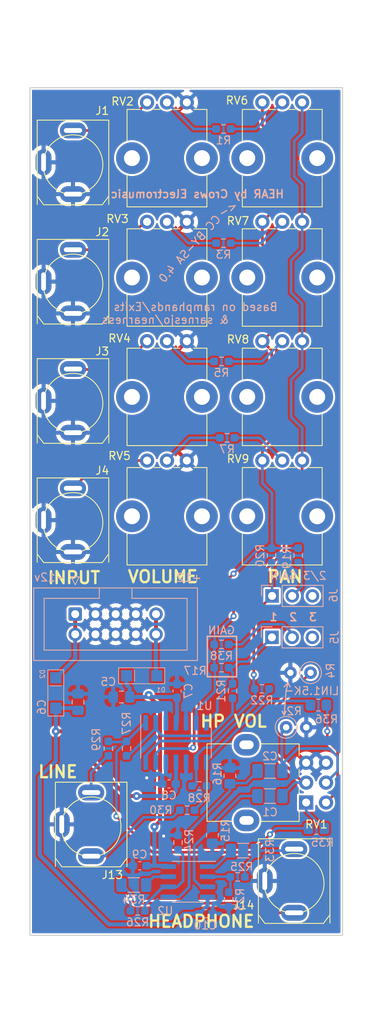
<source format=kicad_pcb>
(kicad_pcb (version 20211014) (generator pcbnew)
  (title_block (title "Exits") (date "2022-01-28") (rev "2.1"))
  (layers (0 "F.Cu" signal) (31 "B.Cu" signal) (34 "B.Paste" user) (35 "F.Paste" user) (36 "B.SilkS" user "B.Silkscreen") (37 "F.SilkS" user "F.Silkscreen") (38 "B.Mask" user) (39 "F.Mask" user) (44 "Edge.Cuts" user))
  (net 0 "")
  (net 1 "GND")
  (net 2 "Net-(C1-Pad1)")
  (net 3 "Net-(C1-Pad2)")
  (net 4 "Net-(C2-Pad2)")
  (net 5 "+12V")
  (net 6 "-12V")
  (net 7 "Net-(D1-Pad2)")
  (net 8 "Net-(D2-Pad1)")
  (net 9 "Net-(RV2-Pad1)")
  (net 10 "Net-(RV5-Pad1)")
  (net 11 "Net-(J5-Pad1)")
  (net 12 "Net-(R1-Pad2)")
  (net 13 "Net-(J6-Pad1)")
  (net 14 "Net-(J5-Pad2)")
  (net 15 "RLineOut")
  (net 16 "LLineOut")
  (net 18 "Net-(R3-Pad2)")
  (net 19 "Net-(R21-Pad2)")
  (net 20 "Net-(R5-Pad2)")
  (net 21 "Net-(R7-Pad2)")
  (net 22 "HPoutR")
  (net 23 "HPoutL")
  (net 24 "Net-(R22-Pad2)")
  (net 25 "Net-(J6-Pad2)")
  (net 26 "Net-(R23-Pad2)")
  (net 27 "Net-(R24-Pad2)")
  (net 28 "Net-(R3-Pad1)")
  (net 29 "Net-(R1-Pad1)")
  (net 30 "Net-(J2-PadT)")
  (net 31 "Net-(R5-Pad1)")
  (net 32 "Net-(R7-Pad1)")
  (net 33 "Net-(R33-Pad2)")
  (net 34 "Net-(R34-Pad2)")
  (net 35 "Net-(J3-PadT)")
  (net 36 "/LeftMix")
  (net 37 "/RightMix")
  (net 39 "Net-(C2-Pad1)")
  (net 40 "Net-(R35-Pad1)")
  (net 41 "Net-(R36-Pad1)")
  (net 42 "Lout")
  (net 43 "Rout")
  (footprint "nearness:PJ341" (layer "F.Cu") (at 19.685 49.911 180)
    (fp_text reference "J2")
    (fp_text value "PJ341")
  )
  (footprint "Potentiometer_THT:Potentiometer_Alps_RK09K_Single_Vertical" (layer "F.Cu") (at 43.5 72.4 -90)
    (fp_text reference "RV9")
    (fp_text value "10K")
  )
  (footprint "nearness:PJ341" (layer "F.Cu") (at 19.685 34.925 180)
    (fp_text reference "J1")
    (fp_text value "PJ341")
  )
  (footprint "nearness:PJ341" (layer "F.Cu") (at 19.685 64.897 180)
    (fp_text reference "J3")
    (fp_text value "PJ341")
  )
  (footprint "Potentiometer_THT:Potentiometer_Alps_RK09K_Single_Vertical" (layer "F.Cu") (at 29 27.4 -90)
    (fp_text reference "RV2")
    (fp_text value "10K Vol")
  )
  (footprint "Potentiometer_THT:Potentiometer_Alps_RK09K_Single_Vertical" (layer "F.Cu") (at 43.5 42.4 -90)
    (fp_text reference "RV7")
    (fp_text value "10K")
  )
  (footprint "Potentiometer_THT:Potentiometer_Alps_RK09K_Single_Vertical" (layer "F.Cu") (at 43.5 57.4 -90)
    (fp_text reference "RV8")
    (fp_text value "10K")
  )
  (footprint "Potentiometer_THT:Potentiometer_Alpha_RD902F-40-00D_Dual_Vertical" (layer "F.Cu") (at 49.0036 115.3668 180)
    (fp_text reference "RV1")
    (fp_text value "B10K")
  )
  (footprint "Potentiometer_THT:Potentiometer_Alps_RK09K_Single_Vertical" (layer "F.Cu") (at 29 57.4 -90)
    (fp_text reference "RV4")
    (fp_text value "10K Vol")
  )
  (footprint "nearness:PJ341" (layer "F.Cu") (at 21.971 118.11 180)
    (fp_text reference "J13")
    (fp_text value "PJ341")
  )
  (footprint "Potentiometer_THT:Potentiometer_Alps_RK09K_Single_Vertical" (layer "F.Cu") (at 29 42.4 -90)
    (fp_text reference "RV3")
    (fp_text value "10K Vol")
  )
  (footprint "Potentiometer_THT:Potentiometer_Alps_RK09K_Single_Vertical" (layer "F.Cu") (at 29 72.4 -90)
    (fp_text reference "RV5")
    (fp_text value "10K Vol")
  )
  (footprint "Potentiometer_THT:Potentiometer_Alps_RK09K_Single_Vertical" (layer "F.Cu") (at 43.5 27.4 -90)
    (fp_text reference "RV6")
    (fp_text value "10K")
  )
  (footprint "nearness:PJ341" (layer "F.Cu") (at 19.685 79.883 180)
    (fp_text reference "J4")
    (fp_text value "PJ341")
  )
  (footprint "nearness:PJ341" (layer "F.Cu") (at 47.498 125.222 180)
    (fp_text reference "J14")
    (fp_text value "PJ341")
  )
  (footprint "Capacitor_SMD:C_0805_2012Metric_Pad1.18x1.45mm_HandSolder" (layer "B.Cu") (at 25.781 102.108 180)
    (fp_text reference "C5")
    (fp_text value "22u")
  )
  (footprint "Capacitor_SMD:C_0805_2012Metric_Pad1.18x1.45mm_HandSolder" (layer "B.Cu") (at 20.32 102.743 -90)
    (fp_text reference "C6")
    (fp_text value "22u")
  )
  (footprint "Capacitor_SMD:C_0603_1608Metric_Pad1.08x0.95mm_HandSolder" (layer "B.Cu") (at 32.766 101.346 90)
    (fp_text reference "C7")
    (fp_text value "100n")
  )
  (footprint "Capacitor_SMD:C_0603_1608Metric_Pad1.08x0.95mm_HandSolder" (layer "B.Cu") (at 31.75 113.03)
    (fp_text reference "C8")
    (fp_text value "100n")
  )
  (footprint "Capacitor_SMD:C_0603_1608Metric_Pad1.08x0.95mm_HandSolder" (layer "B.Cu") (at 28.067 123.317 180)
    (fp_text reference "C9")
    (fp_text value "100n")
  )
  (footprint "Capacitor_SMD:C_0603_1608Metric_Pad1.08x0.95mm_HandSolder" (layer "B.Cu") (at 36.3728 129.3368 180)
    (fp_text reference "C10")
    (fp_text value "100n")
  )
  (footprint "nearness:SOD-123" (layer "B.Cu") (at 28.321 99.441)
    (fp_text reference "D1")
    (fp_text value "1N5819HW")
  )
  (footprint "nearness:SOD-123" (layer "B.Cu") (at 17.526 101.6 -90)
    (fp_text reference "D2")
    (fp_text value "1N5819HW")
  )
  (footprint "Resistor_SMD:R_0603_1608Metric_Pad0.98x0.95mm_HandSolder" (layer "B.Cu") (at 38.354 98.425)
    (fp_text reference "R17")
    (fp_text value "51K")
  )
  (footprint "Resistor_SMD:R_0603_1608Metric_Pad0.98x0.95mm_HandSolder" (layer "B.Cu") (at 48.006 84.328 -90)
    (fp_text reference "R19")
    (fp_text value "100K")
  )
  (footprint "Resistor_SMD:R_0603_1608Metric_Pad0.98x0.95mm_HandSolder" (layer "B.Cu") (at 44.6532 84.328 -90)
    (fp_text reference "R20")
    (fp_text value "51K")
  )
  (footprint "Resistor_SMD:R_0603_1608Metric_Pad0.98x0.95mm_HandSolder" (layer "B.Cu") (at 39.751 101.346 -90)
    (fp_text reference "R21")
    (fp_text value "10K")
  )
  (footprint "Resistor_SMD:R_0603_1608Metric_Pad0.98x0.95mm_HandSolder" (layer "B.Cu") (at 43.434 101.092)
    (fp_text reference "R22")
    (fp_text value "10K")
  )
  (footprint "Resistor_SMD:R_0603_1608Metric_Pad0.98x0.95mm_HandSolder" (layer "B.Cu") (at 26.416 108.585 90)
    (fp_text reference "R27")
    (fp_text value "10K")
  )
  (footprint "Resistor_SMD:R_0603_1608Metric_Pad0.98x0.95mm_HandSolder" (layer "B.Cu") (at 35.56 113.284)
    (fp_text reference "R28")
    (fp_text value "10K")
  )
  (footprint "Resistor_SMD:R_0603_1608Metric_Pad0.98x0.95mm_HandSolder" (layer "B.Cu") (at 24.13 108.585 -90)
    (fp_text reference "R29")
    (fp_text value "470")
  )
  (footprint "Resistor_SMD:R_0603_1608Metric_Pad0.98x0.95mm_HandSolder" (layer "B.Cu") (at 34.036 116.332 180)
    (fp_text reference "R30")
    (fp_text value "470")
  )
  (footprint "Package_SO:SOIC-14_3.9x8.7mm_P1.27mm" (layer "B.Cu") (at 32.639 107.823 -90)
    (fp_text reference "U1")
    (fp_text value "TL074")
  )
  (footprint "Connector_IDC:IDC-Header_2x05_P2.54mm_Vertical" (layer "B.Cu") (at 19.9644 91.694 -90)
    (fp_text reference "J12" hide)
    (fp_text value "Euro power header")
  )
  (footprint "Resistor_SMD:R_0603_1608Metric_Pad0.98x0.95mm_HandSolder" (layer "B.Cu") (at 39.0652 69.5452)
    (fp_text reference "R7")
    (fp_text value "50K")
  )
  (footprint "Capacitor_SMD:C_1206_3216Metric_Pad1.33x1.80mm_HandSolder" (layer "B.Cu") (at 44.45 111.4044 180)
    (fp_text reference "C2")
    (fp_text value "0.47uF")
  )
  (footprint "Resistor_SMD:R_1206_3216Metric_Pad1.30x1.75mm_HandSolder" (layer "B.Cu") (at 27.3304 125.73)
    (fp_text reference "R34")
    (fp_text value "10")
  )
  (footprint "Capacitor_SMD:C_1206_3216Metric_Pad1.33x1.80mm_HandSolder" (layer "B.Cu") (at 44.45 114.554 180)
    (fp_text reference "C1")
    (fp_text value "0.47uF")
  )
  (footprint "Connector_PinHeader_2.54mm:PinHeader_1x03_P2.54mm_Vertical" (layer "B.Cu") (at 44.704 94.615 -90)
    (fp_text reference "J5")
    (fp_text value "Attenuator Jumper 1")
  )
  (footprint "Resistor_SMD:R_0603_1608Metric_Pad0.98x0.95mm_HandSolder" (layer "B.Cu") (at 39.2684 127.5588 90)
    (fp_text reference "R23")
    (fp_text value "10K")
  )
  (footprint "Resistor_SMD:R_0805_2012Metric_Pad1.20x1.40mm_HandSolder" (layer "B.Cu") (at 50.292 118.618 180)
    (fp_text reference "R35")
    (fp_text value "100K")
  )
  (footprint "Resistor_SMD:R_0603_1608Metric_Pad0.98x0.95mm_HandSolder" (layer "B.Cu") (at 38.354 59.944)
    (fp_text reference "R5")
    (fp_text value "50K")
  )
  (footprint "Resistor_SMD:R_0805_2012Metric_Pad1.20x1.40mm_HandSolder" (layer "B.Cu") (at 37.211 119.4816 90)
    (fp_text reference "R15")
    (fp_text value "100K")
  )
  (footprint "Resistor_SMD:R_0805_2012Metric_Pad1.20x1.40mm_HandSolder" (layer "B.Cu") (at 39.4208 112.014 -90)
    (fp_text reference "R16")
    (fp_text value "100K")
  )
  (footprint "Resistor_SMD:R_0805_2012Metric_Pad1.20x1.40mm_HandSolder" (layer "B.Cu") (at 50.546 103.124 180)
    (fp_text reference "R36")
    (fp_text value "100K")
  )
  (footprint "Resistor_SMD:R_0603_1608Metric_Pad0.98x0.95mm_HandSolder" (layer "B.Cu") (at 32.893 120.396 -90)
    (fp_text reference "R24")
    (fp_text value "10K")
  )
  (footprint "Package_SO:SOIC-8_3.9x4.9mm_P1.27mm" (layer "B.Cu") (at 34.1376 125.3236 180)
    (fp_text reference "U2")
    (fp_text value "RC4580")
  )
  (footprint "Resistor_THT:R_Axial_DIN0207_L6.3mm_D2.5mm_P2.54mm_Vertical" (layer "B.Cu") (at 46.482 105.918)
    (fp_text reference "R2")
    (fp_text value "LIN1.5K" hide)
  )
  (footprint "Connector_PinHeader_2.54mm:PinHeader_1x03_P2.54mm_Vertical" (layer "B.Cu") (at 44.719 89.408 -90)
    (fp_text reference "J6")
    (fp_text value "Attenuator Jumper 2")
  )
  (footprint "Resistor_SMD:R_0603_1608Metric_Pad0.98x0.95mm_HandSolder" (layer "B.Cu") (at 40.386 124.714 180)
    (fp_text reference "R25")
    (fp_text value "1K")
  )
  (footprint "Resistor_SMD:R_1206_3216Metric_Pad1.30x1.75mm_HandSolder" (layer "B.Cu") (at 41.0972 121.412 180)
    (fp_text reference "R33")
    (fp_text value "10")
  )
  (footprint "Resistor_SMD:R_0603_1608Metric_Pad0.98x0.95mm_HandSolder" (layer "B.Cu") (at 27.813 128.9812)
    (fp_text reference "R26")
    (fp_text value "1K")
  )
  (footprint "Resistor_SMD:R_0603_1608Metric_Pad0.98x0.95mm_HandSolder" (layer "B.Cu") (at 38.354 95.504)
    (fp_text reference "R38")
    (fp_text value "100K")
  )
  (footprint "Resistor_SMD:R_0603_1608Metric_Pad0.98x0.95mm_HandSolder" (layer "B.Cu") (at 38.608 45.085)
    (fp_text reference "R3")
    (fp_text value "50K")
  )
  (footprint "Resistor_SMD:R_0603_1608Metric_Pad0.98x0.95mm_HandSolder" (layer "B.Cu") (at 38.608 30.734)
    (fp_text reference "R1")
    (fp_text value "50K")
  )
  (footprint "Resistor_THT:R_Axial_DIN0207_L6.3mm_D2.5mm_P2.54mm_Vertical" (layer "B.Cu") (at 49.559 99.06 180)
    (fp_text reference "R4")
    (fp_text value "LIN1.5K")
  )
  (gr_line (start 46.736 100.33) (end 46.99 100.838) (layer "B.SilkS") (width 0.15))
  (gr_line (start 46.482 101.346) (end 47.244 101.346) (layer "B.SilkS") (width 0.15))
  (gr_line (start 46.228 104.394) (end 46.482 103.886) (layer "B.SilkS") (width 0.15))
  (gr_line (start 46.736 100.33) (end 46.228 100.838) (layer "B.SilkS") (width 0.15))
  (gr_rect (start 40.259 94.488) (end 36.576 99.568) (layer "B.SilkS") (width 0.2) (fill none))
  (gr_line (start 46.482 101.346) (end 46.736 100.33) (layer "B.SilkS") (width 0.15))
  (gr_line (start 46.482 101.346) (end 46.228 104.394) (layer "B.SilkS") (width 0.15))
  (gr_line (start 46.228 104.394) (end 45.974 103.886) (layer "B.SilkS") (width 0.15))
  (gr_rect (start 53.5748 132.0524) (end 14.2748 25.5524) (layer "Edge.Cuts") (width 0.15) (fill none))
  (gr_text "HEAR by Crows Electromusic" (at 46.3296 38.9128) (layer "B.SilkS") (effects (font (size 1 1) (thickness 0.2)) (justify left mirror)))
  (gr_text "Based on ramphands/Exits\n        & sarnesjo/nearness\n" (at 45.5168 53.8988) (layer "B.SilkS") (effects (font (size 1 1)) (justify left mirror)))
  (gr_text "-12v" (at 16.764 87.0712) (layer "B.SilkS") (effects (font (size 1 1)) (justify mirror)))
  (gr_text "2/3 GAIN" (at 48.006 86.868) (layer "B.SilkS") (effects (font (size 1 1)) (justify mirror)))
  (gr_text "+12" (at 34.29 87.122) (layer "B.SilkS") (effects (font (size 1 1)) (justify mirror)))
  (gr_text "<-" (at 40.3352 40.132 30) (layer "B.SilkS") (effects (font (size 1 1)) (justify left mirror)))
  (gr_text "GAIN" (at 38.354 93.726) (layer "B.SilkS") (effects (font (size 1 1)) (justify mirror)))
  (gr_text "CC BY-SA 4.0" (at 38.0492 41.7068 48) (layer "B.SilkS") (effects (font (size 1 1)) (justify left mirror)))
  (gr_text "3  2  1" (at 47.371 92.075) (layer "B.SilkS") (effects (font (size 1 1) (thickness 0.2)) (justify mirror)))
  (gr_text "LINE" (at 17.78 111.506) (layer "F.SilkS") (effects (font (size 1.5 1.5) (thickness 0.3))))
  (gr_text "VOLUME" (at 30.988 86.995) (layer "F.SilkS") (effects (font (size 1.5 1.5) (thickness 0.3))))
  (gr_text "HP VOL" (at 39.878 105.156) (layer "F.SilkS") (effects (font (size 1.5 1.5) (thickness 0.3))))
  (gr_text "HEADPHONE" (at 35.814 130.302) (layer "F.SilkS") (effects (font (size 1.5 1.5) (thickness 0.3))))
  (gr_text "PAN" (at 46.355 86.995) (layer "F.SilkS") (effects (font (size 1.5 1.5) (thickness 0.3))))
  (gr_text "INPUT" (at 19.812 87.122) (layer "F.SilkS") (effects (font (size 1.5 1.5) (thickness 0.3))))
  (via (at 28.956 112.268) (size 1) (drill 0.381) (layers "F.Cu" "B.Cu") (net 1))
  (via (at 31.0896 119.5832) (size 1) (drill 0.381) (layers "F.Cu" "B.Cu") (net 1))
  (segment (start 49.0036 112.8668) (end 48.6048 112.8668) (width 0.333) (layer "F.Cu") (net 2))
  (segment (start 44.45 104.169) (end 49.559 99.06) (width 0.333) (layer "F.Cu") (net 2))
  (segment (start 48.6048 112.8668) (end 44.45 108.712) (width 0.333) (layer "F.Cu") (net 2))
  (segment (start 44.45 108.712) (end 44.45 104.169) (width 0.333) (layer "F.Cu") (net 2))
  (segment (start 49.0036 112.8668) (end 47.6122 112.8668) (width 0.333) (layer "B.Cu") (net 2))
  (segment (start 47.6122 112.8668) (end 45.925 114.554) (width 0.333) (layer "B.Cu") (net 2))
  (segment (start 34.925 125.095) (end 35.7886 125.9586) (width 0.333) (layer "B.Cu") (net 3))
  (segment (start 42.975 114.554) (end 40.767 114.554) (width 0.333) (layer "B.Cu") (net 3))
  (segment (start 37.211 118.5691) (end 34.925 120.8551) (width 0.333) (layer "B.Cu") (net 3))
  (segment (start 37.211 118.11) (end 37.211 118.5691) (width 0.333) (layer "B.Cu") (net 3))
  (segment (start 34.925 120.8551) (end 34.925 125.095) (width 0.333) (layer "B.Cu") (net 3))
  (segment (start 35.7886 125.9586) (end 36.6126 125.9586) (width 0.333) (layer "B.Cu") (net 3))
  (segment (start 40.767 114.554) (end 37.211 118.11) (width 0.333) (layer "B.Cu") (net 3))
  (segment (start 34.29 125.984) (end 34.29 119.042649) (width 0.333) (layer "B.Cu") (net 4))
  (segment (start 39.4208 113.911849) (end 39.4208 112.9265) (width 0.333) (layer "B.Cu") (net 4))
  (segment (start 41.4529 112.9265) (end 42.975 111.4044) (width 0.333) (layer "B.Cu") (net 4))
  (segment (start 33.0454 127.2286) (end 34.29 125.984) (width 0.333) (layer "B.Cu") (net 4))
  (segment (start 39.4208 112.9265) (end 41.4529 112.9265) (width 0.333) (layer "B.Cu") (net 4))
  (segment (start 34.29 119.042649) (end 39.4208 113.911849) (width 0.333) (layer "B.Cu") (net 4))
  (segment (start 31.6626 127.2286) (end 33.0454 127.2286) (width 0.333) (layer "B.Cu") (net 4))
  (segment (start 29.9212 118.4148) (end 30.6324 117.7036) (width 0.5) (layer "F.Cu") (net 5))
  (segment (start 30.6324 117.7036) (end 30.6324 103.4034) (width 0.5) (layer "F.Cu") (net 5))
  (segment (start 30.6324 103.4034) (end 29.083 101.854) (width 0.5) (layer "F.Cu") (net 5))
  (segment (start 29.083 101.854) (end 29.21 101.854) (width 0.5) (layer "F.Cu") (net 5))
  (via (at 29.9212 118.4148) (size 1) (drill 0.381) (layers "F.Cu" "B.Cu") (net 5))
  (via (at 29.21 101.854) (size 1) (drill 0.381) (layers "F.Cu" "B.Cu") (net 5))
  (segment (start 32.766 102.121) (end 32.753 102.108) (width 0.5) (layer "B.Cu") (net 5))
  (segment (start 26.8185 100.9865) (end 26.421 100.589) (width 0.5) (layer "B.Cu") (net 5))
  (segment (start 26.421 100.589) (end 26.421 99.441) (width 0.5) (layer "B.Cu") (net 5))
  (segment (start 32.639 105.348) (end 32.766 105.221) (width 0.5) (layer "B.Cu") (net 5))
  (segment (start 29.845 123.317) (end 28.842 123.317) (width 0.5) (layer "B.Cu") (net 5))
  (segment (start 31.561 123.317) (end 29.845 123.317) (width 0.5) (layer "B.Cu") (net 5))
  (segment (start 31.6626 123.4186) (end 31.561 123.317) (width 0.5) (layer "B.Cu") (net 5))
  (segment (start 26.8185 102.108) (end 26.8185 100.9865) (width 0.5) (layer "B.Cu") (net 5))
  (segment (start 32.766 105.221) (end 32.766 102.121) (width 0.5) (layer "B.Cu") (net 5))
  (segment (start 29.9212 118.4148) (end 29.9212 123.2408) (width 0.5) (layer "B.Cu") (net 5))
  (segment (start 32.753 102.108) (end 26.8185 102.108) (width 0.5) (layer "B.Cu") (net 5))
  (segment (start 29.9212 123.2408) (end 29.845 123.317) (width 0.5) (layer "B.Cu") (net 5))
  (segment (start 26.416 114.554) (end 18.288 106.426) (width 0.5) (layer "F.Cu") (net 6))
  (segment (start 18.288 106.426) (end 17.526 106.426) (width 0.5) (layer "F.Cu") (net 6))
  (segment (start 27.686 114.554) (end 26.416 114.554) (width 0.5) (layer "F.Cu") (net 6))
  (via (at 27.686 114.554) (size 1) (drill 0.381) (layers "F.Cu" "B.Cu") (net 6))
  (via (at 17.526 106.426) (size 1) (drill 0.381) (layers "F.Cu" "B.Cu") (net 6))
  (segment (start 15.494 121.9708) (end 15.494 112.1664) (width 0.5) (layer "B.Cu") (net 6))
  (segment (start 24.2062 130.683) (end 32.2834 130.683) (width 0.5) (layer "B.Cu") (net 6))
  (segment (start 17.526 103.5) (end 17.526 106.426) (width 0.5) (layer "B.Cu") (net 6))
  (segment (start 36.6126 127.2286) (end 36.6126 128.322) (width 0.5) (layer "B.Cu") (net 6))
  (segment (start 27.686 114.554) (end 32.05425 114.554) (width 0.5) (layer "B.Cu") (net 6))
  (segment (start 32.639 113.0035) (end 32.6125 113.03) (width 0.5) (layer "B.Cu") (net 6))
  (segment (start 32.6125 113.99575) (end 32.6125 113.03) (width 0.5) (layer "B.Cu") (net 6))
  (segment (start 32.639 110.298) (end 32.639 113.0035) (width 0.5) (layer "B.Cu") (net 6))
  (segment (start 20.32 103.693) (end 20.127 103.5) (width 0.5) (layer "B.Cu") (net 6))
  (segment (start 15.494 121.9708) (end 24.2062 130.683) (width 0.5) (layer "B.Cu") (net 6))
  (segment (start 33.6296 129.3368) (end 35.5978 129.3368) (width 0.5) (layer "B.Cu") (net 6))
  (segment (start 17.526 110.1344) (end 15.494 112.1664) (width 0.5) (layer "B.Cu") (net 6))
  (segment (start 36.6126 128.322) (end 35.5978 129.3368) (width 0.5) (layer "B.Cu") (net 6))
  (segment (start 32.2834 130.683) (end 33.6296 129.3368) (width 0.5) (layer "B.Cu") (net 6))
  (segment (start 20.127 103.5) (end 17.526 103.5) (width 0.5) (layer "B.Cu") (net 6))
  (segment (start 17.526 106.426) (end 17.526 110.1344) (width 0.5) (layer "B.Cu") (net 6))
  (segment (start 32.05425 114.554) (end 32.6125 113.99575) (width 0.5) (layer "B.Cu") (net 6))
  (segment (start 30.1244 91.694) (end 30.1244 94.234) (width 0.5) (layer "F.Cu") (net 7))
  (segment (start 30.099 99.319) (end 30.099 94.2594) (width 0.5) (layer "B.Cu") (net 7))
  (segment (start 30.221 99.441) (end 30.099 99.319) (width 0.5) (layer "B.Cu") (net 7))
  (segment (start 30.099 94.2594) (end 30.1244 94.234) (width 0.5) (layer "B.Cu") (net 7))
  (segment (start 19.9644 91.694) (end 19.9644 94.234) (width 0.5) (layer "F.Cu") (net 8))
  (segment (start 19.9644 97.2616) (end 17.526 99.7) (width 0.5) (layer "B.Cu") (net 8))
  (segment (start 19.9644 94.234) (end 19.9644 97.2616) (width 0.5) (layer "B.Cu") (net 8))
  (segment (start 25.475 30.925) (end 29 27.4) (width 0.333) (layer "F.Cu") (net 9))
  (segment (start 19.685 30.925) (end 25.475 30.925) (width 0.333) (layer "F.Cu") (net 9))
  (segment (start 23.168 72.4) (end 19.685 75.883) (width 0.333) (layer "F.Cu") (net 10))
  (segment (start 29 72.4) (end 23.168 72.4) (width 0.333) (layer "F.Cu") (net 10))
  (segment (start 40.513 97.663) (end 39.751 98.425) (width 0.333) (layer "B.Cu") (net 11))
  (segment (start 37.846 103.951) (end 37.846 102.362) (width 0.333) (layer "B.Cu") (net 11))
  (segment (start 37.846 102.362) (end 37.91 102.362) (width 0.333) (layer "B.Cu") (net 11))
  (segment (start 39.751 98.997) (end 39.179 98.425) (width 0.333) (layer "B.Cu") (net 11))
  (segment (start 39.751 100.521) (end 39.751 98.997) (width 0.333) (layer "B.Cu") (net 11))
  (segment (start 41.656 97.663) (end 40.64 97.663) (width 0.333) (layer "B.Cu") (net 11))
  (segment (start 40.64 97.663) (end 40.513 97.663) (width 0.333) (layer "B.Cu") (net 11))
  (segment (start 37.91 102.362) (end 39.751 100.521) (width 0.333) (layer "B.Cu") (net 11))
  (segment (start 39.751 98.425) (end 39.179 98.425) (width 0.333) (layer "B.Cu") (net 11))
  (segment (start 36.449 105.348) (end 37.846 103.951) (width 0.333) (layer "B.Cu") (net 11))
  (segment (start 44.704 94.615) (end 41.656 97.663) (width 0.333) (layer "B.Cu") (net 11))
  (segment (start 39.433 30.734) (end 42.666 30.734) (width 0.333) (layer "B.Cu") (net 12))
  (segment (start 42.666 30.734) (end 46 27.4) (width 0.333) (layer "B.Cu") (net 12))
  (segment (start 42.418 91.709) (end 44.719 89.408) (width 0.333) (layer "F.Cu") (net 13))
  (segment (start 42.418 99.314) (end 42.418 91.709) (width 0.333) (layer "F.Cu") (net 13))
  (via (at 42.418 99.314) (size 0.762) (drill 0.381) (layers "F.Cu" "B.Cu") (net 13))
  (segment (start 44.6532 85.2405) (end 44.719 85.3063) (width 0.333) (layer "B.Cu") (net 13))
  (segment (start 37.126872 107.6452) (end 40.66211 104.109962) (width 0.333) (layer "B.Cu") (net 13))
  (segment (start 42.418 100.901) (end 42.609 101.092) (width 0.333) (layer "B.Cu") (net 13))
  (segment (start 28.829 109.4486) (end 30.6324 107.6452) (width 0.333) (layer "B.Cu") (net 13))
  (segment (start 40.66211 104.109962) (end 40.670038 104.109962) (width 0.333) (layer "B.Cu") (net 13))
  (segment (start 28.829 110.298) (end 28.829 109.4486) (width 0.333) (layer "B.Cu") (net 13))
  (segment (start 40.670038 104.109962) (end 42.609 102.171) (width 0.333) (layer "B.Cu") (net 13))
  (segment (start 42.609 102.171) (end 42.609 101.092) (width 0.333) (layer "B.Cu") (net 13))
  (segment (start 42.418 99.314) (end 42.418 100.901) (width 0.333) (layer "B.Cu") (net 13))
  (segment (start 30.6324 107.6452) (end 37.126872 107.6452) (width 0.333) (layer "B.Cu") (net 13))
  (segment (start 44.719 85.3063) (end 44.719 89.408) (width 0.333) (layer "B.Cu") (net 13))
  (segment (start 40.894 95.504) (end 39.179 95.504) (width 0.333) (layer "B.Cu") (net 14))
  (segment (start 46.101 92.964) (end 43.434 92.964) (width 0.333) (layer "B.Cu") (net 14))
  (segment (start 47.244 94.615) (end 47.244 94.107) (width 0.333) (layer "B.Cu") (net 14))
  (segment (start 43.434 92.964) (end 40.894 95.504) (width 0.333) (layer "B.Cu") (net 14))
  (segment (start 47.244 94.107) (end 46.101 92.964) (width 0.333) (layer "B.Cu") (net 14))
  (segment (start 33.1235 116.332) (end 32.2345 117.221) (width 0.333) (layer "B.Cu") (net 15))
  (segment (start 28.575 117.221) (end 23.686 122.11) (width 0.333) (layer "B.Cu") (net 15))
  (segment (start 23.686 122.11) (end 21.971 122.11) (width 0.333) (layer "B.Cu") (net 15))
  (segment (start 32.2345 117.221) (end 28.575 117.221) (width 0.333) (layer "B.Cu") (net 15))
  (segment (start 21.971 111.569) (end 21.971 114.11) (width 0.333) (layer "B.Cu") (net 16))
  (segment (start 24.13 109.41) (end 21.971 111.569) (width 0.333) (layer "B.Cu") (net 16))
  (segment (start 39.433 45.085) (end 43.315 45.085) (width 0.333) (layer "B.Cu") (net 18))
  (segment (start 43.315 45.085) (end 46 42.4) (width 0.333) (layer "B.Cu") (net 18))
  (segment (start 30.9118 106.9848) (end 36.957808 106.9848) (width 0.333) (layer "B.Cu") (net 19))
  (segment (start 30.099 106.172) (end 30.9118 106.9848) (width 0.333) (layer "B.Cu") (net 19))
  (segment (start 30.099 105.348) (end 30.099 106.172) (width 0.333) (layer "B.Cu") (net 19))
  (segment (start 39.751 104.191608) (end 39.751 102.171) (width 0.333) (layer "B.Cu") (net 19))
  (segment (start 30.099 106.045) (end 26.734 109.41) (width 0.333) (layer "B.Cu") (net 19))
  (segment (start 26.734 109.41) (end 26.416 109.41) (width 0.333) (layer "B.Cu") (net 19))
  (segment (start 36.957808 106.9848) (end 39.751 104.191608) (width 0.333) (layer "B.Cu") (net 19))
  (segment (start 30.099 105.348) (end 30.099 106.045) (width 0.333) (layer "B.Cu") (net 19))
  (segment (start 39.179 59.944) (end 43.456 59.944) (width 0.333) (layer "B.Cu") (net 20))
  (segment (start 43.456 59.944) (end 46 57.4) (width 0.333) (layer "B.Cu") (net 20))
  (segment (start 39.8902 69.5452) (end 43.1452 69.5452) (width 0.333) (layer "B.Cu") (net 21))
  (segment (start 43.1452 69.5452) (end 46 72.4) (width 0.333) (layer "B.Cu") (net 21))
  (segment (start 42.5655 128.016) (end 43.7715 129.222) (width 0.333) (layer "F.Cu") (net 22))
  (segment (start 26.924 127.508) (end 27.432 128.016) (width 0.333) (layer "F.Cu") (net 22))
  (segment (start 27.432 128.016) (end 42.5655 128.016) (width 0.333) (layer "F.Cu") (net 22))
  (segment (start 43.7715 129.222) (end 47.498 129.222) (width 0.333) (layer "F.Cu") (net 22))
  (via (at 26.924 127.508) (size 0.762) (drill 0.381) (layers "F.Cu" "B.Cu") (net 22))
  (segment (start 26.924 126.7861) (end 25.8679 125.73) (width 0.333) (layer "B.Cu") (net 22))
  (segment (start 26.9005 128.9812) (end 26.9005 127.5315) (width 0.333) (layer "B.Cu") (net 22))
  (segment (start 26.9005 127.5315) (end 26.924 127.508) (width 0.333) (layer "B.Cu") (net 22))
  (segment (start 26.924 127.508) (end 26.924 126.7861) (width 0.333) (layer "B.Cu") (net 22))
  (segment (start 42.672 121.92) (end 41.2985 123.2935) (width 0.333) (layer "B.Cu") (net 23))
  (segment (start 47.308 121.412) (end 42.5597 121.412) (width 0.333) (layer "B.Cu") (net 23))
  (segment (start 41.2985 123.2935) (end 41.2985 124.714) (width 0.333) (layer "B.Cu") (net 23))
  (segment (start 42.672 121.5243) (end 42.672 121.92) (width 0.333) (layer "B.Cu") (net 23))
  (segment (start 42.5597 121.412) (end 42.672 121.5243) (width 0.333) (layer "B.Cu") (net 23))
  (segment (start 47.498 121.222) (end 47.308 121.412) (width 0.333) (layer "B.Cu") (net 23))
  (segment (start 35.179 110.298) (end 35.179 109.474) (width 0.333) (layer "B.Cu") (net 24))
  (segment (start 37.211 108.458) (end 37.25948 108.40952) (width 0.333) (layer "B.Cu") (net 24))
  (segment (start 36.195 108.458) (end 37.211 108.458) (width 0.333) (layer "B.Cu") (net 24))
  (segment (start 35.179 110.298) (end 35.179 113.094) (width 0.333) (layer "B.Cu") (net 24))
  (segment (start 44.259 101.41) (end 44.259 101.092) (width 0.333) (layer "B.Cu") (net 24))
  (segment (start 37.25948 108.40952) (end 37.259481 108.342055) (width 0.333) (layer "B.Cu") (net 24))
  (segment (start 40.905055 104.696481) (end 40.972519 104.696481) (width 0.333) (layer "B.Cu") (net 24))
  (segment (start 37.259481 108.342055) (end 40.905055 104.696481) (width 0.333) (layer "B.Cu") (net 24))
  (segment (start 40.972519 104.696481) (end 44.259 101.41) (width 0.333) (layer "B.Cu") (net 24))
  (segment (start 35.179 113.094) (end 34.735 113.538) (width 0.333) (layer "B.Cu") (net 24))
  (segment (start 35.179 109.474) (end 36.195 108.458) (width 0.333) (layer "B.Cu") (net 24))
  (segment (start 48.4124 88.2546) (end 47.259 89.408) (width 0.333) (layer "B.Cu") (net 25))
  (segment (start 48.4124 85.7118) (end 48.4124 88.2546) (width 0.333) (layer "B.Cu") (net 25))
  (segment (start 36.6126 124.6886) (end 39.4481 124.6886) (width 0.333) (layer "B.Cu") (net 26))
  (segment (start 39.4481 124.6886) (end 39.4735 124.714) (width 0.333) (layer "B.Cu") (net 26))
  (segment (start 39.4735 126.4412) (end 39.2684 126.6463) (width 0.333) (layer "B.Cu") (net 26))
  (segment (start 39.4735 124.714) (end 39.4735 126.4412) (width 0.333) (layer "B.Cu") (net 26))
  (segment (start 31.6626 125.9586) (end 32.7914 125.9586) (width 0.333) (layer "B.Cu") (net 27))
  (segment (start 31.0134 125.9586) (end 28.7255 128.2465) (width 0.333) (layer "B.Cu") (net 27))
  (segment (start 32.7914 125.9586) (end 33.528 125.222) (width 0.333) (layer "B.Cu") (net 27))
  (segment (start 28.7255 128.2465) (end 28.7255 128.9812) (width 0.333) (layer "B.Cu") (net 27))
  (segment (start 31.6626 125.9586) (end 31.0134 125.9586) (width 0.333) (layer "B.Cu") (net 27))
  (segment (start 33.528 125.222) (end 33.528 121.9435) (width 0.333) (layer "B.Cu") (net 27))
  (segment (start 33.528 121.9435) (end 32.893 121.3085) (width 0.333) (layer "B.Cu") (net 27))
  (segment (start 34.185 45.085) (end 37.783 45.085) (width 0.333) (layer "B.Cu") (net 28))
  (segment (start 31.5 42.4) (end 34.185 45.085) (width 0.333) (layer "B.Cu") (net 28))
  (segment (start 34.834 30.734) (end 37.783 30.734) (width 0.333) (layer "B.Cu") (net 29))
  (segment (start 31.5 27.4) (end 34.834 30.734) (width 0.333) (layer "B.Cu") (net 29))
  (segment (start 25.209 45.911) (end 19.685 45.911) (width 0.333) (layer "F.Cu") (net 30))
  (segment (start 29 42.4) (end 28.72 42.4) (width 0.333) (layer "F.Cu") (net 30))
  (segment (start 28.72 42.4) (end 25.209 45.911) (width 0.333) (layer "F.Cu") (net 30))
  (segment (start 31.5 57.4) (end 34.044 59.944) (width 0.333) (layer "B.Cu") (net 31))
  (segment (start 34.044 59.944) (end 37.529 59.944) (width 0.333) (layer "B.Cu") (net 31))
  (segment (start 34.3548 69.5452) (end 38.2402 69.5452) (width 0.333) (layer "B.Cu") (net 32))
  (segment (start 31.5 72.4) (end 34.3548 69.5452) (width 0.333) (layer "B.Cu") (net 32))
  (segment (start 36.6126 123.4186) (end 37.6281 123.4186) (width 0.333) (layer "B.Cu") (net 33))
  (segment (start 37.6281 123.4186) (end 39.6347 121.412) (width 0.333) (layer "B.Cu") (net 33))
  (segment (start 29.8343 124.6886) (end 28.7929 125.73) (width 0.333) (layer "B.Cu") (net 34))
  (segment (start 31.6626 124.6886) (end 29.8343 124.6886) (width 0.333) (layer "B.Cu") (net 34))
  (segment (start 19.748 60.96) (end 19.685 60.897) (width 0.333) (layer "F.Cu") (net 35))
  (segment (start 29 57.4) (end 25.44 60.96) (width 0.333) (layer "F.Cu") (net 35))
  (segment (start 25.44 60.96) (end 19.748 60.96) (width 0.333) (layer "F.Cu") (net 35))
  (segment (start 39.878 90.17) (end 46.228 83.82) (width 0.333) (layer "F.Cu") (net 36))
  (segment (start 48.5 76.212) (end 48.5 72.4) (width 0.333) (layer "F.Cu") (net 36))
  (segment (start 46.228 78.484) (end 48.5 76.212) (width 0.333) (layer "F.Cu") (net 36))
  (segment (start 46.228 83.82) (end 46.228 78.484) (width 0.333) (layer "F.Cu") (net 36))
  (segment (start 39.878 91.948) (end 39.878 90.17) (width 0.333) (layer "F.Cu") (net 36))
  (via (at 39.878 91.948) (size 0.762) (drill 0.381) (layers "F.Cu" "B.Cu") (net 36))
  (segment (start 37.465 95.568) (end 37.465 97.9114) (width 0.333) (layer "B.Cu") (net 36))
  (segment (start 37.4904 95.4654) (end 37.529 95.504) (width 0.333) (layer "B.Cu") (net 36))
  (segment (start 48.5 31.256) (end 47.498 32.258) (width 0.333) (layer "B.Cu") (net 36))
  (segment (start 48.514 68.453) (end 48.5 68.467) (width 0.333) (layer "B.Cu") (net 36))
  (segment (start 35.179 103.759) (end 35.179 105.348) (width 0.333) (layer "B.Cu") (net 36))
  (segment (start 47.498 36.703) (end 48.5 37.705) (width 0.333) (layer "B.Cu") (net 36))
  (segment (start 48.5 45.861) (end 47.117 47.244) (width 0.333) (layer "B.Cu") (net 36))
  (segment (start 37.529 101.409) (end 35.179 103.759) (width 0.333) (layer "B.Cu") (net 36))
  (segment (start 48.5 57.4) (end 48.5 60.847) (width 0.333) (layer "B.Cu") (net 36))
  (segment (start 37.4904 94.3356) (end 37.4904 95.4654) (width 0.333) (layer "B.Cu") (net 36))
  (segment (start 37.465 97.9114) (end 37.529 97.9754) (width 0.333) (layer "B.Cu") (net 36))
  (segment (start 48.514 52.705) (end 48.5 52.719) (width 0.333) (layer "B.Cu") (net 36))
  (segment (start 47.498 32.258) (end 47.498 36.703) (width 0.333) (layer "B.Cu") (net 36))
  (segment (start 48.514 68.326) (end 48.514 68.453) (width 0.333) (layer "B.Cu") (net 36))
  (segment (start 48.5 37.705) (end 48.5 42.4) (width 0.333) (layer "B.Cu") (net 36))
  (segment (start 48.5 60.847) (end 47.117 62.23) (width 0.333) (layer "B.Cu") (net 36))
  (segment (start 47.117 66.929) (end 48.514 68.326) (width 0.333) (layer "B.Cu") (net 36))
  (segment (start 47.117 62.23) (end 47.117 66.929) (width 0.333) (layer "B.Cu") (net 36))
  (segment (start 48.5 42.4) (end 48.5 45.861) (width 0.333) (layer "B.Cu") (net 36))
  (segment (start 37.529 97.9754) (end 37.529 101.409) (width 0.333) (layer "B.Cu") (net 36))
  (segment (start 47.117 51.308) (end 48.514 52.705) (width 0.333) (layer "B.Cu") (net 36))
  (segment (start 39.878 91.948) (end 37.4904 94.3356) (width 0.333) (layer "B.Cu") (net 36))
  (segment (start 48.5 27.4) (end 48.5 31.256) (width 0.333) (layer "B.Cu") (net 36))
  (segment (start 48.5 68.467) (end 48.5 72.4) (width 0.333) (layer "B.Cu") (net 36))
  (segment (start 37.529 95.504) (end 37.465 95.568) (width 0.333) (layer "B.Cu") (net 36))
  (segment (start 47.117 47.244) (end 47.117 51.308) (width 0.333) (layer "B.Cu") (net 36))
  (segment (start 48.5 52.719) (end 48.5 57.4) (width 0.333) (layer "B.Cu") (net 36))
  (segment (start 43.5 42.4) (end 43.5 45.278) (width 0.333) (layer "F.Cu") (net 37))
  (segment (start 43.5 45.278) (end 44.45 46.228) (width 0.333) (layer "F.Cu") (net 37))
  (segment (start 44.45 46.228) (end 44.45 56.45) (width 0.333) (layer "F.Cu") (net 37))
  (segment (start 44.704 31.496) (end 44.704 41.196) (width 0.333) (layer "F.Cu") (net 37))
  (segment (start 44.679989 58.579989) (end 43.5 57.4) (width 0.333) (layer "F.Cu") (net 37))
  (segment (start 43.5 70.927) (end 44.679989 69.747011) (width 0.333) (layer "F.Cu") (net 37))
  (segment (start 34.925 91.567) (end 34.925 108.331) (width 0.333) (layer "F.Cu") (net 37))
  (segment (start 44.45 56.45) (end 43.5 57.4) (width 0.333) (layer "F.Cu") (net 37))
  (segment (start 34.925 108.331) (end 34.798 108.458) (width 0.333) (layer "F.Cu") (net 37))
  (segment (start 43.5 72.4) (end 43.5 70.927) (width 0.333) (layer "F.Cu") (net 37))
  (segment (start 43.5 30.292) (end 44.704 31.496) (width 0.333) (layer "F.Cu") (net 37))
  (segment (start 44.679989 69.747011) (end 44.679989 58.579989) (width 0.333) (layer "F.Cu") (net 37))
  (segment (start 43.5 27.4) (end 43.5 30.292) (width 0.333) (layer "F.Cu") (net 37))
  (segment (start 44.704 41.196) (end 43.5 42.4) (width 0.333) (layer "F.Cu") (net 37))
  (segment (start 39.878 86.614) (end 34.925 91.567) (width 0.333) (layer "F.Cu") (net 37))
  (via (at 39.878 86.614) (size 0.762) (drill 0.381) (layers "F.Cu" "B.Cu") (net 37))
  (via (at 34.798 108.458) (size 0.762) (drill 0.381) (layers "F.Cu" "B.Cu") (net 37))
  (segment (start 43.5 72.4) (end 43.5 75.25) (width 0.333) (layer "B.Cu") (net 37))
  (segment (start 34.798 108.458) (end 34.671 108.585) (width 0.333) (layer "B.Cu") (net 37))
  (segment (start 44.704 83.3647) (end 44.6532 83.4155) (width 0.333) (layer "B.Cu") (net 37))
  (segment (start 44.704 76.454) (end 44.704 83.3647) (width 0.333) (layer "B.Cu") (net 37))
  (segment (start 43.0765 83.4155) (end 44.6532 83.4155) (width 0.333) (layer "B.Cu") (net 37))
  (segment (start 30.734 108.585) (end 30.099 109.22) (width 0.333) (layer "B.Cu") (net 37))
  (segment (start 39.878 86.614) (end 43.0765 83.4155) (width 0.333) (layer "B.Cu") (net 37))
  (segment (start 43.5 75.25) (end 44.704 76.454) (width 0.333) (layer "B.Cu") (net 37))
  (segment (start 48.006 83.4155) (end 44.6532 83.4155) (width 0.333) (layer "B.Cu") (net 37))
  (segment (start 34.671 108.585) (end 30.734 108.585) (width 0.333) (layer "B.Cu") (net 37))
  (segment (start 30.099 109.22) (end 30.099 110.298) (width 0.333) (layer "B.Cu") (net 37))
  (segment (start 52.959 109.601) (end 51.943 108.585) (width 0.333) (layer "B.Cu") (net 39))
  (segment (start 51.943 108.585) (end 47.957 108.585) (width 0.333) (layer "B.Cu") (net 39))
  (segment (start 45.945 111.3844) (end 45.945 106.455) (width 0.333) (layer "B.Cu") (net 39))
  (segment (start 45.945 106.455) (end 46.482 105.918) (width 0.333) (layer "B.Cu") (net 39))
  (segment (start 52.959 111.4114) (end 52.959 109.601) (width 0.333) (layer "B.Cu") (net 39))
  (segment (start 47.957 108.585) (end 45.925 110.617) (width 0.333) (layer "B.Cu") (net 39))
  (segment (start 45.925 111.4044) (end 45.945 111.3844) (width 0.333) (layer "B.Cu") (net 39))
  (segment (start 51.5036 112.8668) (end 52.959 111.4114) (width 0.333) (layer "B.Cu") (net 39))
  (segment (start 45.925 110.617) (end 45.925 111.4044) (width 0.333) (layer "B.Cu") (net 39))
  (segment (start 51.2045 118.618) (end 49.0036 116.4171) (width 0.333) (layer "B.Cu") (net 40))
  (segment (start 49.0036 116.4171) (end 49.0036 115.3668) (width 0.333) (layer "B.Cu") (net 40))
  (segment (start 51.6636 107.5436) (end 52.959 108.839) (width 0.333) (layer "F.Cu") (net 41))
  (segment (start 52.959 113.9114) (end 51.5036 115.3668) (width 0.333) (layer "F.Cu") (net 41))
  (segment (start 51.6636 106.426) (end 51.6636 107.5436) (width 0.333) (layer "F.Cu") (net 41))
  (segment (start 52.959 108.839) (end 52.959 113.9114) (width 0.333) (layer "F.Cu") (net 41))
  (via (at 51.6636 106.426) (size 0.762) (drill 0.381) (layers "F.Cu" "B.Cu") (net 41))
  (segment (start 51.6636 106.426) (end 51.6636 103.2416) (width 0.333) (layer "B.Cu") (net 41))
  (segment (start 51.6636 103.2416) (end 51.546 103.124) (width 0.333) (layer "B.Cu") (net 41))
  (segment (start 44.45 119.38) (end 42.2148 121.6152) (width 0.333) (layer "F.Cu") (net 42))
  (segment (start 29.6672 121.6152) (end 25.146 117.094) (width 0.333) (layer "F.Cu") (net 42))
  (segment (start 42.2148 121.6152) (end 29.6672 121.6152) (width 0.333) (layer "F.Cu") (net 42))
  (via (at 25.146 117.094) (size 0.762) (drill 0.381) (layers "F.Cu" "B.Cu") (net 42))
  (via (at 44.45 119.38) (size 0.762) (drill 0.381) (layers "F.Cu" "B.Cu") (net 42))
  (segment (start 26.416 107.76) (end 24.13 107.76) (width 0.333) (layer "B.Cu") (net 42))
  (segment (start 28.8046 105.3724) (end 28.829 105.348) (width 0.333) (layer "B.Cu") (net 42))
  (segment (start 26.416 107.696) (end 26.416 107.76) (width 0.333) (layer "B.Cu") (net 42))
  (segment (start 44.45 119.38) (end 45.212 118.618) (width 0.333) (layer "B.Cu") (net 42))
  (segment (start 28.8036 105.3724) (end 28.8046 105.3724) (width 0.333) (layer "B.Cu") (net 42))
  (segment (start 25.146 117.094) (end 25.146 109.03) (width 0.333) (layer "B.Cu") (net 42))
  (segment (start 28.829 105.348) (end 28.764 105.348) (width 0.333) (layer "B.Cu") (net 42))
  (segment (start 45.212 118.618) (end 49.3795 118.618) (width 0.333) (layer "B.Cu") (net 42))
  (segment (start 25.146 109.03) (end 26.416 107.76) (width 0.333) (layer "B.Cu") (net 42))
  (segment (start 28.764 105.348) (end 26.416 107.696) (width 0.333) (layer "B.Cu") (net 42))
  (segment (start 36.4725 110.3215) (end 36.449 110.298) (width 0.333) (layer "B.Cu") (net 43))
  (segment (start 43.942 102.616) (end 36.449 110.109) (width 0.333) (layer "B.Cu") (net 43))
  (segment (start 36.4725 113.284) (end 36.4725 114.808) (width 0.333) (layer "B.Cu") (net 43))
  (segment (start 36.449 110.109) (end 36.449 110.298) (width 0.333) (layer "B.Cu") (net 43))
  (segment (start 36.4725 114.808) (end 34.9485 116.332) (width 0.333) (layer "B.Cu") (net 43))
  (segment (start 49.546 103.124) (end 49.038 102.616) (width 0.333) (layer "B.Cu") (net 43))
  (segment (start 49.038 102.616) (end 43.942 102.616) (width 0.333) (layer "B.Cu") (net 43))
  (segment (start 36.4725 113.284) (end 36.4725 110.3215) (width 0.333) (layer "B.Cu") (net 43))
  (zone locked (net 1) (net_name "GND") (layer "F.Cu") (connect_pads (clearance 0.254)) (min_thickness 0.254) (fill yes (thermal_gap 0.508) (thermal_bridge_width 0.508))
    (polygon (pts (xy 58.928 135.5016) (xy 10.5068 135.5016) (xy 10.5068 20.2184) (xy 58.928 20.2184)))
  )
  (zone locked (net 1) (net_name "GND") (layer "B.Cu") (connect_pads (clearance 0.254)) (min_thickness 0.254) (fill yes (thermal_gap 0.508) (thermal_bridge_width 0.508))
    (polygon (pts (xy 58.166 135.654) (xy 11.1164 135.654) (xy 11.1164 21.844) (xy 58.166 21.844)))
  )
)
</source>
